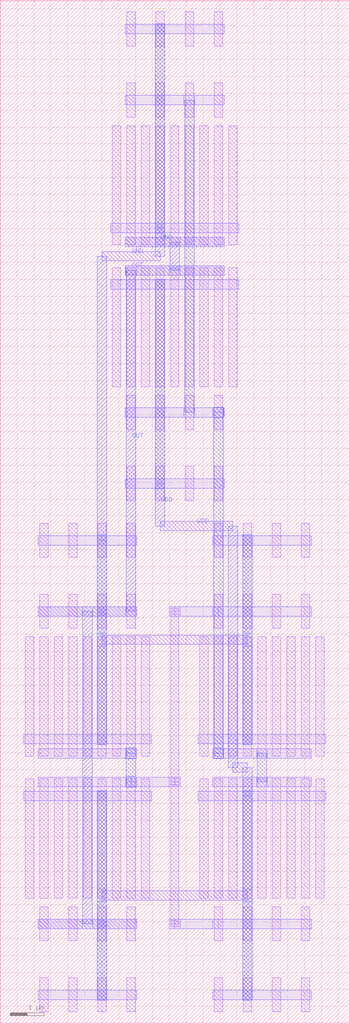
<source format=lef>
MACRO RINGOSCILLATOR
  ORIGIN 0 0 ;
  FOREIGN RINGOSCILLATOR 0 0 ;
  SIZE 10.32 BY 30.24 ;
  PIN GND
    DIRECTION INOUT ;
    USE SIGNAL ;
    PORT 
      LAYER M3 ;
        RECT 2.87 8.24 3.15 14.44 ;
      LAYER M3 ;
        RECT 7.17 8.24 7.45 14.44 ;
      LAYER M3 ;
        RECT 2.87 11.155 3.15 11.525 ;
      LAYER M2 ;
        RECT 3.01 11.2 7.31 11.48 ;
      LAYER M3 ;
        RECT 7.17 11.155 7.45 11.525 ;
      LAYER M3 ;
        RECT 4.59 23.36 4.87 29.56 ;
      LAYER M3 ;
        RECT 2.87 14.28 3.15 22.68 ;
      LAYER M2 ;
        RECT 3.01 22.54 4.73 22.82 ;
      LAYER M3 ;
        RECT 4.59 22.68 4.87 23.52 ;
    END
  END GND
  PIN VDD
    DIRECTION INOUT ;
    USE SIGNAL ;
    PORT 
      LAYER M3 ;
        RECT 2.87 0.68 3.15 6.88 ;
      LAYER M3 ;
        RECT 7.17 0.68 7.45 6.88 ;
      LAYER M3 ;
        RECT 2.87 3.595 3.15 3.965 ;
      LAYER M2 ;
        RECT 3.01 3.64 7.31 3.92 ;
      LAYER M3 ;
        RECT 7.17 3.595 7.45 3.965 ;
      LAYER M3 ;
        RECT 4.59 15.8 4.87 22 ;
      LAYER M3 ;
        RECT 7.17 6.72 7.45 7.56 ;
      LAYER M2 ;
        RECT 6.88 7.42 7.31 7.7 ;
      LAYER M3 ;
        RECT 6.74 7.56 7.02 14.7 ;
      LAYER M2 ;
        RECT 4.73 14.56 6.88 14.84 ;
      LAYER M3 ;
        RECT 4.59 14.7 4.87 15.96 ;
    END
  END VDD
  PIN OUT
    DIRECTION INOUT ;
    USE SIGNAL ;
    PORT 
      LAYER M2 ;
        RECT 1.12 2.8 4.04 3.08 ;
      LAYER M2 ;
        RECT 1.12 12.04 4.04 12.32 ;
      LAYER M2 ;
        RECT 2.42 2.8 2.74 3.08 ;
      LAYER M3 ;
        RECT 2.44 2.94 2.72 12.18 ;
      LAYER M2 ;
        RECT 2.42 12.04 2.74 12.32 ;
      LAYER M2 ;
        RECT 3.7 22.12 6.62 22.4 ;
      LAYER M2 ;
        RECT 3.7 22.96 6.62 23.24 ;
      LAYER M2 ;
        RECT 5 22.12 5.32 22.4 ;
      LAYER M3 ;
        RECT 5.02 22.26 5.3 23.1 ;
      LAYER M2 ;
        RECT 5 22.96 5.32 23.24 ;
      LAYER M2 ;
        RECT 3.71 12.04 4.03 12.32 ;
      LAYER M3 ;
        RECT 3.73 12.18 4.01 22.26 ;
      LAYER M2 ;
        RECT 3.71 22.12 4.03 22.4 ;
    END
  END OUT
  OBS 
  LAYER M2 ;
        RECT 6.28 7 9.2 7.28 ;
  LAYER M2 ;
        RECT 6.28 7.84 9.2 8.12 ;
  LAYER M2 ;
        RECT 7.58 7 7.9 7.28 ;
  LAYER M3 ;
        RECT 7.6 7.14 7.88 7.98 ;
  LAYER M2 ;
        RECT 7.58 7.84 7.9 8.12 ;
  LAYER M2 ;
        RECT 3.7 17.92 6.62 18.2 ;
  LAYER M2 ;
        RECT 3.7 27.16 6.62 27.44 ;
  LAYER M2 ;
        RECT 5.43 17.92 5.75 18.2 ;
  LAYER M3 ;
        RECT 5.45 18.06 5.73 27.3 ;
  LAYER M2 ;
        RECT 5.43 27.16 5.75 27.44 ;
  LAYER M2 ;
        RECT 6.29 7.84 6.61 8.12 ;
  LAYER M3 ;
        RECT 6.31 7.98 6.59 18.06 ;
  LAYER M2 ;
        RECT 6.29 17.92 6.61 18.2 ;
  LAYER M2 ;
        RECT 6.29 7.84 6.61 8.12 ;
  LAYER M3 ;
        RECT 6.31 7.82 6.59 8.14 ;
  LAYER M2 ;
        RECT 6.29 17.92 6.61 18.2 ;
  LAYER M3 ;
        RECT 6.31 17.9 6.59 18.22 ;
  LAYER M2 ;
        RECT 6.29 7.84 6.61 8.12 ;
  LAYER M3 ;
        RECT 6.31 7.82 6.59 8.14 ;
  LAYER M2 ;
        RECT 6.29 17.92 6.61 18.2 ;
  LAYER M3 ;
        RECT 6.31 17.9 6.59 18.22 ;
  LAYER M2 ;
        RECT 1.12 7 4.04 7.28 ;
  LAYER M2 ;
        RECT 1.12 7.84 4.04 8.12 ;
  LAYER M2 ;
        RECT 6.28 2.8 9.2 3.08 ;
  LAYER M2 ;
        RECT 6.28 12.04 9.2 12.32 ;
  LAYER M2 ;
        RECT 3.71 7 4.03 7.28 ;
  LAYER M3 ;
        RECT 3.73 7.14 4.01 7.98 ;
  LAYER M2 ;
        RECT 3.71 7.84 4.03 8.12 ;
  LAYER M2 ;
        RECT 3.87 7 5.16 7.28 ;
  LAYER M1 ;
        RECT 5.035 2.94 5.285 7.14 ;
  LAYER M2 ;
        RECT 5.16 2.8 6.45 3.08 ;
  LAYER M1 ;
        RECT 5.035 7.14 5.285 12.18 ;
  LAYER M2 ;
        RECT 5.16 12.04 6.45 12.32 ;
  LAYER M2 ;
        RECT 3.71 7 4.03 7.28 ;
  LAYER M3 ;
        RECT 3.73 6.98 4.01 7.3 ;
  LAYER M2 ;
        RECT 3.71 7.84 4.03 8.12 ;
  LAYER M3 ;
        RECT 3.73 7.82 4.01 8.14 ;
  LAYER M2 ;
        RECT 3.71 7 4.03 7.28 ;
  LAYER M3 ;
        RECT 3.73 6.98 4.01 7.3 ;
  LAYER M2 ;
        RECT 3.71 7.84 4.03 8.12 ;
  LAYER M3 ;
        RECT 3.73 7.82 4.01 8.14 ;
  LAYER M1 ;
        RECT 5.035 2.855 5.285 3.025 ;
  LAYER M2 ;
        RECT 4.99 2.8 5.33 3.08 ;
  LAYER M1 ;
        RECT 5.035 7.055 5.285 7.225 ;
  LAYER M2 ;
        RECT 4.99 7 5.33 7.28 ;
  LAYER M2 ;
        RECT 3.71 7 4.03 7.28 ;
  LAYER M3 ;
        RECT 3.73 6.98 4.01 7.3 ;
  LAYER M2 ;
        RECT 3.71 7.84 4.03 8.12 ;
  LAYER M3 ;
        RECT 3.73 7.82 4.01 8.14 ;
  LAYER M1 ;
        RECT 5.035 2.855 5.285 3.025 ;
  LAYER M2 ;
        RECT 4.99 2.8 5.33 3.08 ;
  LAYER M1 ;
        RECT 5.035 7.055 5.285 7.225 ;
  LAYER M2 ;
        RECT 4.99 7 5.33 7.28 ;
  LAYER M2 ;
        RECT 3.71 7 4.03 7.28 ;
  LAYER M3 ;
        RECT 3.73 6.98 4.01 7.3 ;
  LAYER M2 ;
        RECT 3.71 7.84 4.03 8.12 ;
  LAYER M3 ;
        RECT 3.73 7.82 4.01 8.14 ;
  LAYER M1 ;
        RECT 5.035 2.855 5.285 3.025 ;
  LAYER M2 ;
        RECT 4.99 2.8 5.33 3.08 ;
  LAYER M1 ;
        RECT 5.035 7.055 5.285 7.225 ;
  LAYER M2 ;
        RECT 4.99 7 5.33 7.28 ;
  LAYER M1 ;
        RECT 5.035 12.095 5.285 12.265 ;
  LAYER M2 ;
        RECT 4.99 12.04 5.33 12.32 ;
  LAYER M2 ;
        RECT 3.71 7 4.03 7.28 ;
  LAYER M3 ;
        RECT 3.73 6.98 4.01 7.3 ;
  LAYER M2 ;
        RECT 3.71 7.84 4.03 8.12 ;
  LAYER M3 ;
        RECT 3.73 7.82 4.01 8.14 ;
  LAYER M1 ;
        RECT 5.035 2.855 5.285 3.025 ;
  LAYER M2 ;
        RECT 4.99 2.8 5.33 3.08 ;
  LAYER M1 ;
        RECT 5.035 7.055 5.285 7.225 ;
  LAYER M2 ;
        RECT 4.99 7 5.33 7.28 ;
  LAYER M1 ;
        RECT 5.035 12.095 5.285 12.265 ;
  LAYER M2 ;
        RECT 4.99 12.04 5.33 12.32 ;
  LAYER M2 ;
        RECT 3.71 7 4.03 7.28 ;
  LAYER M3 ;
        RECT 3.73 6.98 4.01 7.3 ;
  LAYER M2 ;
        RECT 3.71 7.84 4.03 8.12 ;
  LAYER M3 ;
        RECT 3.73 7.82 4.01 8.14 ;
  LAYER M1 ;
        RECT 1.165 7.895 1.415 11.425 ;
  LAYER M1 ;
        RECT 1.165 11.675 1.415 12.685 ;
  LAYER M1 ;
        RECT 1.165 13.775 1.415 14.785 ;
  LAYER M1 ;
        RECT 0.735 7.895 0.985 11.425 ;
  LAYER M1 ;
        RECT 1.595 7.895 1.845 11.425 ;
  LAYER M1 ;
        RECT 2.025 7.895 2.275 11.425 ;
  LAYER M1 ;
        RECT 2.025 11.675 2.275 12.685 ;
  LAYER M1 ;
        RECT 2.025 13.775 2.275 14.785 ;
  LAYER M1 ;
        RECT 2.455 7.895 2.705 11.425 ;
  LAYER M1 ;
        RECT 2.885 7.895 3.135 11.425 ;
  LAYER M1 ;
        RECT 2.885 11.675 3.135 12.685 ;
  LAYER M1 ;
        RECT 2.885 13.775 3.135 14.785 ;
  LAYER M1 ;
        RECT 3.315 7.895 3.565 11.425 ;
  LAYER M1 ;
        RECT 3.745 7.895 3.995 11.425 ;
  LAYER M1 ;
        RECT 3.745 11.675 3.995 12.685 ;
  LAYER M1 ;
        RECT 3.745 13.775 3.995 14.785 ;
  LAYER M1 ;
        RECT 4.175 7.895 4.425 11.425 ;
  LAYER M2 ;
        RECT 0.69 8.26 4.47 8.54 ;
  LAYER M2 ;
        RECT 1.12 14.14 4.04 14.42 ;
  LAYER M2 ;
        RECT 1.12 7.84 4.04 8.12 ;
  LAYER M2 ;
        RECT 1.12 12.04 4.04 12.32 ;
  LAYER M3 ;
        RECT 2.87 8.24 3.15 14.44 ;
  LAYER M1 ;
        RECT 8.905 7.895 9.155 11.425 ;
  LAYER M1 ;
        RECT 8.905 11.675 9.155 12.685 ;
  LAYER M1 ;
        RECT 8.905 13.775 9.155 14.785 ;
  LAYER M1 ;
        RECT 9.335 7.895 9.585 11.425 ;
  LAYER M1 ;
        RECT 8.475 7.895 8.725 11.425 ;
  LAYER M1 ;
        RECT 8.045 7.895 8.295 11.425 ;
  LAYER M1 ;
        RECT 8.045 11.675 8.295 12.685 ;
  LAYER M1 ;
        RECT 8.045 13.775 8.295 14.785 ;
  LAYER M1 ;
        RECT 7.615 7.895 7.865 11.425 ;
  LAYER M1 ;
        RECT 7.185 7.895 7.435 11.425 ;
  LAYER M1 ;
        RECT 7.185 11.675 7.435 12.685 ;
  LAYER M1 ;
        RECT 7.185 13.775 7.435 14.785 ;
  LAYER M1 ;
        RECT 6.755 7.895 7.005 11.425 ;
  LAYER M1 ;
        RECT 6.325 7.895 6.575 11.425 ;
  LAYER M1 ;
        RECT 6.325 11.675 6.575 12.685 ;
  LAYER M1 ;
        RECT 6.325 13.775 6.575 14.785 ;
  LAYER M1 ;
        RECT 5.895 7.895 6.145 11.425 ;
  LAYER M2 ;
        RECT 5.85 8.26 9.63 8.54 ;
  LAYER M2 ;
        RECT 6.28 14.14 9.2 14.42 ;
  LAYER M2 ;
        RECT 6.28 7.84 9.2 8.12 ;
  LAYER M2 ;
        RECT 6.28 12.04 9.2 12.32 ;
  LAYER M3 ;
        RECT 7.17 8.24 7.45 14.44 ;
  LAYER M1 ;
        RECT 1.165 3.695 1.415 7.225 ;
  LAYER M1 ;
        RECT 1.165 2.435 1.415 3.445 ;
  LAYER M1 ;
        RECT 1.165 0.335 1.415 1.345 ;
  LAYER M1 ;
        RECT 0.735 3.695 0.985 7.225 ;
  LAYER M1 ;
        RECT 1.595 3.695 1.845 7.225 ;
  LAYER M1 ;
        RECT 2.025 3.695 2.275 7.225 ;
  LAYER M1 ;
        RECT 2.025 2.435 2.275 3.445 ;
  LAYER M1 ;
        RECT 2.025 0.335 2.275 1.345 ;
  LAYER M1 ;
        RECT 2.455 3.695 2.705 7.225 ;
  LAYER M1 ;
        RECT 2.885 3.695 3.135 7.225 ;
  LAYER M1 ;
        RECT 2.885 2.435 3.135 3.445 ;
  LAYER M1 ;
        RECT 2.885 0.335 3.135 1.345 ;
  LAYER M1 ;
        RECT 3.315 3.695 3.565 7.225 ;
  LAYER M1 ;
        RECT 3.745 3.695 3.995 7.225 ;
  LAYER M1 ;
        RECT 3.745 2.435 3.995 3.445 ;
  LAYER M1 ;
        RECT 3.745 0.335 3.995 1.345 ;
  LAYER M1 ;
        RECT 4.175 3.695 4.425 7.225 ;
  LAYER M2 ;
        RECT 0.69 6.58 4.47 6.86 ;
  LAYER M2 ;
        RECT 1.12 0.7 4.04 0.98 ;
  LAYER M2 ;
        RECT 1.12 7 4.04 7.28 ;
  LAYER M2 ;
        RECT 1.12 2.8 4.04 3.08 ;
  LAYER M3 ;
        RECT 2.87 0.68 3.15 6.88 ;
  LAYER M1 ;
        RECT 8.905 3.695 9.155 7.225 ;
  LAYER M1 ;
        RECT 8.905 2.435 9.155 3.445 ;
  LAYER M1 ;
        RECT 8.905 0.335 9.155 1.345 ;
  LAYER M1 ;
        RECT 9.335 3.695 9.585 7.225 ;
  LAYER M1 ;
        RECT 8.475 3.695 8.725 7.225 ;
  LAYER M1 ;
        RECT 8.045 3.695 8.295 7.225 ;
  LAYER M1 ;
        RECT 8.045 2.435 8.295 3.445 ;
  LAYER M1 ;
        RECT 8.045 0.335 8.295 1.345 ;
  LAYER M1 ;
        RECT 7.615 3.695 7.865 7.225 ;
  LAYER M1 ;
        RECT 7.185 3.695 7.435 7.225 ;
  LAYER M1 ;
        RECT 7.185 2.435 7.435 3.445 ;
  LAYER M1 ;
        RECT 7.185 0.335 7.435 1.345 ;
  LAYER M1 ;
        RECT 6.755 3.695 7.005 7.225 ;
  LAYER M1 ;
        RECT 6.325 3.695 6.575 7.225 ;
  LAYER M1 ;
        RECT 6.325 2.435 6.575 3.445 ;
  LAYER M1 ;
        RECT 6.325 0.335 6.575 1.345 ;
  LAYER M1 ;
        RECT 5.895 3.695 6.145 7.225 ;
  LAYER M2 ;
        RECT 5.85 6.58 9.63 6.86 ;
  LAYER M2 ;
        RECT 6.28 0.7 9.2 0.98 ;
  LAYER M2 ;
        RECT 6.28 7 9.2 7.28 ;
  LAYER M2 ;
        RECT 6.28 2.8 9.2 3.08 ;
  LAYER M3 ;
        RECT 7.17 0.68 7.45 6.88 ;
  LAYER M1 ;
        RECT 6.325 23.015 6.575 26.545 ;
  LAYER M1 ;
        RECT 6.325 26.795 6.575 27.805 ;
  LAYER M1 ;
        RECT 6.325 28.895 6.575 29.905 ;
  LAYER M1 ;
        RECT 6.755 23.015 7.005 26.545 ;
  LAYER M1 ;
        RECT 5.895 23.015 6.145 26.545 ;
  LAYER M1 ;
        RECT 5.465 23.015 5.715 26.545 ;
  LAYER M1 ;
        RECT 5.465 26.795 5.715 27.805 ;
  LAYER M1 ;
        RECT 5.465 28.895 5.715 29.905 ;
  LAYER M1 ;
        RECT 5.035 23.015 5.285 26.545 ;
  LAYER M1 ;
        RECT 4.605 23.015 4.855 26.545 ;
  LAYER M1 ;
        RECT 4.605 26.795 4.855 27.805 ;
  LAYER M1 ;
        RECT 4.605 28.895 4.855 29.905 ;
  LAYER M1 ;
        RECT 4.175 23.015 4.425 26.545 ;
  LAYER M1 ;
        RECT 3.745 23.015 3.995 26.545 ;
  LAYER M1 ;
        RECT 3.745 26.795 3.995 27.805 ;
  LAYER M1 ;
        RECT 3.745 28.895 3.995 29.905 ;
  LAYER M1 ;
        RECT 3.315 23.015 3.565 26.545 ;
  LAYER M2 ;
        RECT 3.27 23.38 7.05 23.66 ;
  LAYER M2 ;
        RECT 3.7 29.26 6.62 29.54 ;
  LAYER M2 ;
        RECT 3.7 22.96 6.62 23.24 ;
  LAYER M2 ;
        RECT 3.7 27.16 6.62 27.44 ;
  LAYER M3 ;
        RECT 4.59 23.36 4.87 29.56 ;
  LAYER M1 ;
        RECT 6.325 18.815 6.575 22.345 ;
  LAYER M1 ;
        RECT 6.325 17.555 6.575 18.565 ;
  LAYER M1 ;
        RECT 6.325 15.455 6.575 16.465 ;
  LAYER M1 ;
        RECT 6.755 18.815 7.005 22.345 ;
  LAYER M1 ;
        RECT 5.895 18.815 6.145 22.345 ;
  LAYER M1 ;
        RECT 5.465 18.815 5.715 22.345 ;
  LAYER M1 ;
        RECT 5.465 17.555 5.715 18.565 ;
  LAYER M1 ;
        RECT 5.465 15.455 5.715 16.465 ;
  LAYER M1 ;
        RECT 5.035 18.815 5.285 22.345 ;
  LAYER M1 ;
        RECT 4.605 18.815 4.855 22.345 ;
  LAYER M1 ;
        RECT 4.605 17.555 4.855 18.565 ;
  LAYER M1 ;
        RECT 4.605 15.455 4.855 16.465 ;
  LAYER M1 ;
        RECT 4.175 18.815 4.425 22.345 ;
  LAYER M1 ;
        RECT 3.745 18.815 3.995 22.345 ;
  LAYER M1 ;
        RECT 3.745 17.555 3.995 18.565 ;
  LAYER M1 ;
        RECT 3.745 15.455 3.995 16.465 ;
  LAYER M1 ;
        RECT 3.315 18.815 3.565 22.345 ;
  LAYER M2 ;
        RECT 3.27 21.7 7.05 21.98 ;
  LAYER M2 ;
        RECT 3.7 15.82 6.62 16.1 ;
  LAYER M2 ;
        RECT 3.7 22.12 6.62 22.4 ;
  LAYER M2 ;
        RECT 3.7 17.92 6.62 18.2 ;
  LAYER M3 ;
        RECT 4.59 15.8 4.87 22 ;
  END 
END RINGOSCILLATOR

</source>
